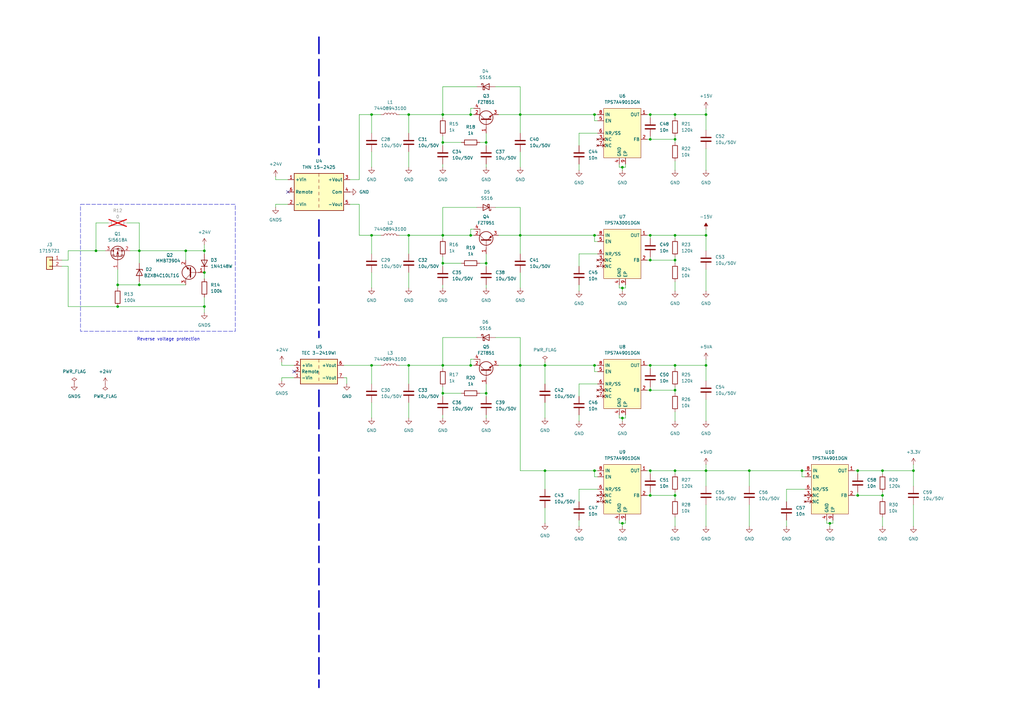
<source format=kicad_sch>
(kicad_sch (version 20250114) (generator "eeschema") (generator_version "9.0")
  (paper "A3")
  (rectangle (start 33.02 83.82) (end 96.52 135.89) (stroke (width 0) (type dash)))
  (text "Reverse voltage protection" (at 69.088 139.192 0) (effects (font (size 1.27 1.27))))
  (junction (at 199.39 107.95))
  (junction (at 374.65 193.04))
  (junction (at 289.56 193.04))
  (junction (at 181.61 58.42))
  (junction (at 266.7 46.99))
  (junction (at 276.86 46.99))
  (junction (at 276.86 96.52))
  (junction (at 289.56 149.86))
  (junction (at 181.61 107.95))
  (junction (at 289.56 46.99))
  (junction (at 255.27 171.45))
  (junction (at 181.61 161.29))
  (junction (at 307.34 193.04))
  (junction (at 266.7 203.2))
  (junction (at 361.95 203.2))
  (junction (at 193.04 96.52))
  (junction (at 181.61 46.99))
  (junction (at 83.82 111.76))
  (junction (at 351.79 193.04))
  (junction (at 57.15 116.84))
  (junction (at 266.7 106.68))
  (junction (at 340.36 214.63))
  (junction (at 152.4 46.99))
  (junction (at 181.61 96.52))
  (junction (at 39.37 102.87))
  (junction (at 223.52 149.86))
  (junction (at 276.86 57.15))
  (junction (at 266.7 160.02))
  (junction (at 167.64 46.99))
  (junction (at 193.04 149.86))
  (junction (at 276.86 149.86))
  (junction (at 167.64 149.86))
  (junction (at 243.84 96.52))
  (junction (at 276.86 160.02))
  (junction (at 243.84 46.99))
  (junction (at 328.93 193.04))
  (junction (at 167.64 96.52))
  (junction (at 213.36 46.99))
  (junction (at 199.39 58.42))
  (junction (at 243.84 149.86))
  (junction (at 255.27 118.11))
  (junction (at 361.95 193.04))
  (junction (at 289.56 96.52))
  (junction (at 276.86 203.2))
  (junction (at 223.52 193.04))
  (junction (at 213.36 96.52))
  (junction (at 199.39 161.29))
  (junction (at 266.7 193.04))
  (junction (at 276.86 193.04))
  (junction (at 83.82 102.87))
  (junction (at 266.7 96.52))
  (junction (at 266.7 57.15))
  (junction (at 152.4 96.52))
  (junction (at 213.36 149.86))
  (junction (at 276.86 106.68))
  (junction (at 83.82 125.73))
  (junction (at 48.26 116.84))
  (junction (at 57.15 102.87))
  (junction (at 76.2 102.87))
  (junction (at 181.61 149.86))
  (junction (at 193.04 46.99))
  (junction (at 255.27 68.58))
  (junction (at 266.7 149.86))
  (junction (at 351.79 203.2))
  (junction (at 152.4 149.86))
  (junction (at 243.84 193.04))
  (junction (at 48.26 125.73))
  (junction (at 255.27 214.63))
  (no_connect (at 120.65 152.4))
  (no_connect (at 118.11 78.74))
  (wire (pts (xy 213.36 193.04) (xy 223.52 193.04)))
  (wire (pts (xy 181.61 105.41) (xy 181.61 107.95)))
  (wire (pts (xy 76.2 102.87) (xy 76.2 106.68)))
  (wire (pts (xy 266.7 46.99) (xy 276.86 46.99)))
  (wire (pts (xy 361.95 203.2) (xy 361.95 204.47)))
  (wire (pts (xy 167.64 46.99) (xy 181.61 46.99)))
  (wire (pts (xy 115.57 148.59) (xy 115.57 149.86)))
  (wire (pts (xy 256.54 67.31) (xy 256.54 68.58)))
  (wire (pts (xy 223.52 149.86) (xy 223.52 157.48)))
  (wire (pts (xy 181.61 149.86) (xy 181.61 151.13)))
  (wire (pts (xy 181.61 46.99) (xy 193.04 46.99)))
  (wire (pts (xy 167.64 149.86) (xy 181.61 149.86)))
  (wire (pts (xy 204.47 46.99) (xy 213.36 46.99)))
  (wire (pts (xy 213.36 62.23) (xy 213.36 68.58)))
  (wire (pts (xy 289.56 96.52) (xy 289.56 102.87)))
  (wire (pts (xy 181.61 161.29) (xy 189.23 161.29)))
  (wire (pts (xy 243.84 46.99) (xy 243.84 49.53)))
  (wire (pts (xy 152.4 96.52) (xy 156.21 96.52)))
  (wire (pts (xy 181.61 85.09) (xy 181.61 96.52)))
  (wire (pts (xy 181.61 138.43) (xy 181.61 149.86)))
  (wire (pts (xy 113.03 83.82) (xy 118.11 83.82)))
  (wire (pts (xy 328.93 193.04) (xy 328.93 195.58)))
  (wire (pts (xy 276.86 105.41) (xy 276.86 106.68)))
  (wire (pts (xy 265.43 106.68) (xy 266.7 106.68)))
  (wire (pts (xy 276.86 66.04) (xy 276.86 69.85)))
  (wire (pts (xy 167.64 46.99) (xy 167.64 54.61)))
  (wire (pts (xy 340.36 214.63) (xy 340.36 215.9)))
  (wire (pts (xy 199.39 104.14) (xy 199.39 107.95)))
  (wire (pts (xy 39.37 91.44) (xy 44.45 91.44)))
  (wire (pts (xy 266.7 203.2) (xy 276.86 203.2)))
  (wire (pts (xy 276.86 57.15) (xy 276.86 58.42)))
  (wire (pts (xy 181.61 158.75) (xy 181.61 161.29)))
  (wire (pts (xy 361.95 201.93) (xy 361.95 203.2)))
  (wire (pts (xy 276.86 149.86) (xy 276.86 151.13)))
  (wire (pts (xy 83.82 121.92) (xy 83.82 125.73)))
  (wire (pts (xy 152.4 111.76) (xy 152.4 118.11)))
  (wire (pts (xy 113.03 72.39) (xy 113.03 73.66)))
  (wire (pts (xy 254 68.58) (xy 255.27 68.58)))
  (wire (pts (xy 322.58 213.36) (xy 322.58 215.9)))
  (wire (pts (xy 39.37 102.87) (xy 43.18 102.87)))
  (wire (pts (xy 243.84 99.06) (xy 245.11 99.06)))
  (wire (pts (xy 167.64 96.52) (xy 167.64 104.14)))
  (wire (pts (xy 163.83 96.52) (xy 167.64 96.52)))
  (wire (pts (xy 276.86 212.09) (xy 276.86 215.9)))
  (wire (pts (xy 276.86 203.2) (xy 276.86 204.47)))
  (wire (pts (xy 193.04 46.99) (xy 194.31 46.99)))
  (wire (pts (xy 167.64 96.52) (xy 181.61 96.52)))
  (wire (pts (xy 199.39 54.61) (xy 199.39 58.42)))
  (wire (pts (xy 196.85 58.42) (xy 199.39 58.42)))
  (wire (pts (xy 213.36 111.76) (xy 213.36 118.11)))
  (wire (pts (xy 266.7 106.68) (xy 276.86 106.68)))
  (wire (pts (xy 237.49 157.48) (xy 245.11 157.48)))
  (wire (pts (xy 115.57 149.86) (xy 120.65 149.86)))
  (wire (pts (xy 265.43 193.04) (xy 266.7 193.04)))
  (wire (pts (xy 196.85 107.95) (xy 199.39 107.95)))
  (wire (pts (xy 140.97 149.86) (xy 152.4 149.86)))
  (wire (pts (xy 289.56 207.01) (xy 289.56 215.9)))
  (wire (pts (xy 276.86 55.88) (xy 276.86 57.15)))
  (wire (pts (xy 243.84 149.86) (xy 243.84 152.4)))
  (wire (pts (xy 48.26 125.73) (xy 83.82 125.73)))
  (wire (pts (xy 181.61 107.95) (xy 189.23 107.95)))
  (wire (pts (xy 27.94 106.68) (xy 27.94 102.87)))
  (wire (pts (xy 266.7 158.75) (xy 266.7 160.02)))
  (wire (pts (xy 276.86 46.99) (xy 276.86 48.26)))
  (wire (pts (xy 199.39 58.42) (xy 199.39 59.69)))
  (wire (pts (xy 289.56 46.99) (xy 289.56 53.34)))
  (wire (pts (xy 199.39 116.84) (xy 199.39 118.11)))
  (wire (pts (xy 255.27 171.45) (xy 255.27 172.72)))
  (wire (pts (xy 142.24 154.94) (xy 142.24 157.48)))
  (wire (pts (xy 213.36 96.52) (xy 243.84 96.52)))
  (wire (pts (xy 374.65 207.01) (xy 374.65 215.9)))
  (wire (pts (xy 196.85 161.29) (xy 199.39 161.29)))
  (wire (pts (xy 199.39 107.95) (xy 199.39 109.22)))
  (wire (pts (xy 307.34 207.01) (xy 307.34 215.9)))
  (wire (pts (xy 255.27 214.63) (xy 255.27 215.9)))
  (wire (pts (xy 361.95 212.09) (xy 361.95 215.9)))
  (wire (pts (xy 167.64 111.76) (xy 167.64 118.11)))
  (wire (pts (xy 276.86 193.04) (xy 289.56 193.04)))
  (wire (pts (xy 199.39 157.48) (xy 199.39 161.29)))
  (wire (pts (xy 152.4 46.99) (xy 152.4 54.61)))
  (wire (pts (xy 254 214.63) (xy 255.27 214.63)))
  (wire (pts (xy 276.86 193.04) (xy 276.86 194.31)))
  (wire (pts (xy 254 170.18) (xy 254 171.45)))
  (wire (pts (xy 351.79 193.04) (xy 361.95 193.04)))
  (wire (pts (xy 339.09 214.63) (xy 340.36 214.63)))
  (wire (pts (xy 265.43 160.02) (xy 266.7 160.02)))
  (wire (pts (xy 152.4 96.52) (xy 152.4 104.14)))
  (wire (pts (xy 147.32 96.52) (xy 152.4 96.52)))
  (polyline (pts (xy 130.81 90.17) (xy 130.81 138.43)) (stroke (width 0.6096) (type dash)))
  (wire (pts (xy 193.04 44.45) (xy 194.31 44.45)))
  (wire (pts (xy 181.61 67.31) (xy 181.61 68.58)))
  (wire (pts (xy 374.65 190.5) (xy 374.65 193.04)))
  (wire (pts (xy 113.03 73.66) (xy 118.11 73.66)))
  (wire (pts (xy 289.56 193.04) (xy 307.34 193.04)))
  (wire (pts (xy 181.61 35.56) (xy 181.61 46.99)))
  (wire (pts (xy 265.43 57.15) (xy 266.7 57.15)))
  (wire (pts (xy 256.54 116.84) (xy 256.54 118.11)))
  (wire (pts (xy 256.54 213.36) (xy 256.54 214.63)))
  (wire (pts (xy 255.27 68.58) (xy 255.27 69.85)))
  (wire (pts (xy 199.39 67.31) (xy 199.39 68.58)))
  (wire (pts (xy 266.7 55.88) (xy 266.7 57.15)))
  (wire (pts (xy 213.36 46.99) (xy 243.84 46.99)))
  (wire (pts (xy 57.15 91.44) (xy 57.15 102.87)))
  (wire (pts (xy 27.94 125.73) (xy 48.26 125.73)))
  (wire (pts (xy 276.86 96.52) (xy 289.56 96.52)))
  (wire (pts (xy 223.52 149.86) (xy 243.84 149.86)))
  (wire (pts (xy 276.86 46.99) (xy 289.56 46.99)))
  (wire (pts (xy 213.36 96.52) (xy 213.36 104.14)))
  (wire (pts (xy 328.93 193.04) (xy 330.2 193.04)))
  (wire (pts (xy 193.04 147.32) (xy 193.04 149.86)))
  (wire (pts (xy 243.84 149.86) (xy 245.11 149.86)))
  (wire (pts (xy 163.83 46.99) (xy 167.64 46.99)))
  (wire (pts (xy 265.43 203.2) (xy 266.7 203.2)))
  (wire (pts (xy 152.4 149.86) (xy 152.4 157.48)))
  (wire (pts (xy 113.03 83.82) (xy 113.03 85.09)))
  (wire (pts (xy 147.32 46.99) (xy 152.4 46.99)))
  (wire (pts (xy 181.61 55.88) (xy 181.61 58.42)))
  (wire (pts (xy 255.27 118.11) (xy 255.27 119.38)))
  (wire (pts (xy 255.27 214.63) (xy 256.54 214.63)))
  (wire (pts (xy 361.95 193.04) (xy 361.95 194.31)))
  (wire (pts (xy 351.79 201.93) (xy 351.79 203.2)))
  (wire (pts (xy 213.36 35.56) (xy 213.36 46.99)))
  (wire (pts (xy 83.82 125.73) (xy 83.82 128.27)))
  (wire (pts (xy 266.7 149.86) (xy 266.7 151.13)))
  (wire (pts (xy 83.82 102.87) (xy 83.82 104.14)))
  (wire (pts (xy 243.84 193.04) (xy 245.11 193.04)))
  (wire (pts (xy 143.51 83.82) (xy 147.32 83.82)))
  (wire (pts (xy 243.84 195.58) (xy 245.11 195.58)))
  (wire (pts (xy 276.86 149.86) (xy 289.56 149.86)))
  (wire (pts (xy 276.86 168.91) (xy 276.86 172.72)))
  (wire (pts (xy 193.04 96.52) (xy 194.31 96.52)))
  (wire (pts (xy 181.61 116.84) (xy 181.61 118.11)))
  (wire (pts (xy 254 213.36) (xy 254 214.63)))
  (wire (pts (xy 307.34 193.04) (xy 328.93 193.04)))
  (wire (pts (xy 289.56 60.96) (xy 289.56 69.85)))
  (wire (pts (xy 152.4 62.23) (xy 152.4 68.58)))
  (wire (pts (xy 52.07 91.44) (xy 57.15 91.44)))
  (wire (pts (xy 181.61 161.29) (xy 181.61 162.56)))
  (wire (pts (xy 203.2 35.56) (xy 213.36 35.56)))
  (wire (pts (xy 266.7 193.04) (xy 266.7 194.31)))
  (wire (pts (xy 53.34 102.87) (xy 57.15 102.87)))
  (wire (pts (xy 181.61 85.09) (xy 195.58 85.09)))
  (wire (pts (xy 213.36 138.43) (xy 213.36 149.86)))
  (wire (pts (xy 289.56 193.04) (xy 289.56 199.39)))
  (wire (pts (xy 203.2 138.43) (xy 213.36 138.43)))
  (wire (pts (xy 181.61 96.52) (xy 181.61 97.79)))
  (wire (pts (xy 204.47 96.52) (xy 213.36 96.52)))
  (wire (pts (xy 289.56 163.83) (xy 289.56 172.72)))
  (polyline (pts (xy 130.81 15.24) (xy 130.81 63.5)) (stroke (width 0.6096) (type dash)))
  (wire (pts (xy 213.36 85.09) (xy 213.36 96.52)))
  (wire (pts (xy 83.82 111.76) (xy 83.82 114.3)))
  (wire (pts (xy 39.37 91.44) (xy 39.37 102.87)))
  (wire (pts (xy 25.4 106.68) (xy 27.94 106.68)))
  (wire (pts (xy 181.61 46.99) (xy 181.61 48.26)))
  (wire (pts (xy 57.15 102.87) (xy 57.15 107.95)))
  (wire (pts (xy 289.56 110.49) (xy 289.56 119.38)))
  (wire (pts (xy 237.49 116.84) (xy 237.49 119.38)))
  (wire (pts (xy 163.83 149.86) (xy 167.64 149.86)))
  (wire (pts (xy 276.86 115.57) (xy 276.86 119.38)))
  (wire (pts (xy 152.4 165.1) (xy 152.4 171.45)))
  (wire (pts (xy 193.04 93.98) (xy 193.04 96.52)))
  (wire (pts (xy 243.84 96.52) (xy 245.11 96.52)))
  (wire (pts (xy 223.52 165.1) (xy 223.52 171.45)))
  (wire (pts (xy 266.7 46.99) (xy 266.7 48.26)))
  (wire (pts (xy 237.49 200.66) (xy 245.11 200.66)))
  (wire (pts (xy 223.52 148.59) (xy 223.52 149.86)))
  (wire (pts (xy 254 118.11) (xy 255.27 118.11)))
  (wire (pts (xy 266.7 96.52) (xy 266.7 97.79)))
  (wire (pts (xy 193.04 149.86) (xy 194.31 149.86)))
  (wire (pts (xy 322.58 200.66) (xy 322.58 205.74)))
  (wire (pts (xy 361.95 193.04) (xy 374.65 193.04)))
  (wire (pts (xy 193.04 93.98) (xy 194.31 93.98)))
  (wire (pts (xy 57.15 116.84) (xy 76.2 116.84)))
  (wire (pts (xy 152.4 46.99) (xy 156.21 46.99)))
  (wire (pts (xy 181.61 58.42) (xy 189.23 58.42)))
  (wire (pts (xy 276.86 106.68) (xy 276.86 107.95)))
  (wire (pts (xy 48.26 110.49) (xy 48.26 116.84)))
  (wire (pts (xy 255.27 171.45) (xy 256.54 171.45)))
  (wire (pts (xy 254 67.31) (xy 254 68.58)))
  (wire (pts (xy 223.52 149.86) (xy 213.36 149.86)))
  (wire (pts (xy 341.63 213.36) (xy 341.63 214.63)))
  (wire (pts (xy 193.04 147.32) (xy 194.31 147.32)))
  (wire (pts (xy 237.49 200.66) (xy 237.49 205.74)))
  (wire (pts (xy 57.15 102.87) (xy 76.2 102.87)))
  (wire (pts (xy 243.84 96.52) (xy 243.84 99.06)))
  (wire (pts (xy 276.86 201.93) (xy 276.86 203.2)))
  (wire (pts (xy 351.79 203.2) (xy 361.95 203.2)))
  (wire (pts (xy 237.49 67.31) (xy 237.49 69.85)))
  (wire (pts (xy 76.2 102.87) (xy 83.82 102.87)))
  (wire (pts (xy 266.7 160.02) (xy 276.86 160.02)))
  (wire (pts (xy 237.49 54.61) (xy 237.49 59.69)))
  (wire (pts (xy 25.4 109.22) (xy 27.94 109.22)))
  (wire (pts (xy 266.7 96.52) (xy 276.86 96.52)))
  (wire (pts (xy 276.86 158.75) (xy 276.86 160.02)))
  (wire (pts (xy 289.56 147.32) (xy 289.56 149.86)))
  (wire (pts (xy 265.43 96.52) (xy 266.7 96.52)))
  (wire (pts (xy 256.54 170.18) (xy 256.54 171.45)))
  (polyline (pts (xy 130.81 160.02) (xy 130.81 281.94)) (stroke (width 0.6096) (type dash)))
  (wire (pts (xy 237.49 104.14) (xy 245.11 104.14)))
  (wire (pts (xy 276.86 96.52) (xy 276.86 97.79)))
  (wire (pts (xy 266.7 149.86) (xy 276.86 149.86)))
  (wire (pts (xy 213.36 149.86) (xy 213.36 193.04)))
  (wire (pts (xy 140.97 154.94) (xy 142.24 154.94)))
  (wire (pts (xy 143.51 73.66) (xy 147.32 73.66)))
  (wire (pts (xy 255.27 68.58) (xy 256.54 68.58)))
  (wire (pts (xy 204.47 149.86) (xy 213.36 149.86)))
  (wire (pts (xy 223.52 193.04) (xy 243.84 193.04)))
  (wire (pts (xy 115.57 154.94) (xy 120.65 154.94)))
  (wire (pts (xy 181.61 149.86) (xy 193.04 149.86)))
  (wire (pts (xy 243.84 46.99) (xy 245.11 46.99)))
  (wire (pts (xy 83.82 100.33) (xy 83.82 102.87)))
  (wire (pts (xy 255.27 118.11) (xy 256.54 118.11)))
  (wire (pts (xy 265.43 149.86) (xy 266.7 149.86)))
  (wire (pts (xy 374.65 193.04) (xy 374.65 199.39)))
  (wire (pts (xy 48.26 116.84) (xy 57.15 116.84)))
  (wire (pts (xy 48.26 116.84) (xy 48.26 118.11)))
  (wire (pts (xy 237.49 104.14) (xy 237.49 109.22)))
  (wire (pts (xy 307.34 193.04) (xy 307.34 199.39)))
  (wire (pts (xy 266.7 105.41) (xy 266.7 106.68)))
  (wire (pts (xy 167.64 149.86) (xy 167.64 157.48)))
  (wire (pts (xy 322.58 200.66) (xy 330.2 200.66)))
  (wire (pts (xy 181.61 138.43) (xy 195.58 138.43)))
  (wire (pts (xy 254 171.45) (xy 255.27 171.45)))
  (wire (pts (xy 152.4 149.86) (xy 156.21 149.86)))
  (wire (pts (xy 213.36 46.99) (xy 213.36 54.61)))
  (wire (pts (xy 193.04 44.45) (xy 193.04 46.99)))
  (wire (pts (xy 237.49 213.36) (xy 237.49 215.9)))
  (wire (pts (xy 243.84 193.04) (xy 243.84 195.58)))
  (wire (pts (xy 223.52 193.04) (xy 223.52 200.66)))
  (wire (pts (xy 199.39 161.29) (xy 199.39 162.56)))
  (wire (pts (xy 351.79 193.04) (xy 351.79 194.31)))
  (wire (pts (xy 266.7 57.15) (xy 276.86 57.15)))
  (wire (pts (xy 340.36 214.63) (xy 341.63 214.63)))
  (wire (pts (xy 199.39 170.18) (xy 199.39 171.45)))
  (wire (pts (xy 328.93 195.58) (xy 330.2 195.58)))
  (wire (pts (xy 181.61 170.18) (xy 181.61 171.45)))
  (wire (pts (xy 237.49 170.18) (xy 237.49 172.72)))
  (wire (pts (xy 289.56 44.45) (xy 289.56 46.99)))
  (wire (pts (xy 181.61 35.56) (xy 195.58 35.56)))
  (wire (pts (xy 237.49 157.48) (xy 237.49 162.56)))
  (wire (pts (xy 167.64 62.23) (xy 167.64 68.58)))
  (wire (pts (xy 350.52 193.04) (xy 351.79 193.04)))
  (wire (pts (xy 276.86 160.02) (xy 276.86 161.29)))
  (wire (pts (xy 266.7 193.04) (xy 276.86 193.04)))
  (wire (pts (xy 243.84 49.53) (xy 245.11 49.53)))
  (wire (pts (xy 223.52 208.28) (xy 223.52 214.63)))
  (wire (pts (xy 115.57 154.94) (xy 115.57 156.21)))
  (wire (pts (xy 181.61 107.95) (xy 181.61 109.22)))
  (wire (pts (xy 289.56 93.98) (xy 289.56 96.52)))
  (wire (pts (xy 265.43 46.99) (xy 266.7 46.99)))
  (wire (pts (xy 203.2 85.09) (xy 213.36 85.09)))
  (wire (pts (xy 289.56 190.5) (xy 289.56 193.04)))
  (wire (pts (xy 181.61 96.52) (xy 193.04 96.52)))
  (wire (pts (xy 237.49 54.61) (xy 245.11 54.61)))
  (wire (pts (xy 147.32 46.99) (xy 147.32 73.66)))
  (wire (pts (xy 350.52 203.2) (xy 351.79 203.2)))
  (wire (pts (xy 243.84 152.4) (xy 245.11 152.4)))
  (wire (pts (xy 254 116.84) (xy 254 118.11)))
  (wire (pts (xy 147.32 83.82) (xy 147.32 96.52)))
  (wire (pts (xy 289.56 149.86) (xy 289.56 156.21)))
  (wire (pts (xy 27.94 102.87) (xy 39.37 102.87)))
  (wire (pts (xy 57.15 115.57) (xy 57.15 116.84)))
  (wire (pts (xy 181.61 58.42) (xy 181.61 59.69)))
  (wire (pts (xy 339.09 213.36) (xy 339.09 214.63)))
  (wire (pts (xy 27.94 109.22) (xy 27.94 125.73)))
  (wire (pts (xy 266.7 201.93) (xy 266.7 203.2)))
  (wire (pts (xy 167.64 165.1) (xy 167.64 171.45)))
  (symbol (lib_id "power:GND") (at 152.4 118.11 0) (unit 1)
    (property "Reference" "#PWR062" (effects (hide yes)))
    (property "Value" "GND" (at 152.4 123.19 0))
    (property "Description" "Power symbol creates a global label with name \"GND\" , ground" (effects (hide yes)))
  )
  (symbol (lib_id "Device:R") (at 181.61 154.94 180) (unit 1)
    (property "Reference" "R17" (at 184.15 153.6699 0) (effects (justify right)))
    (property "Value" "1k" (at 184.15 156.2099 0) (effects (justify right)))
    (property "Footprint" "Resistor_SMD:R_0603_1608Metric_Pad0.98x0.95mm_HandSolder" (effects (hide yes)))
    (property "Description" "Resistor" (effects (hide yes)))
  )
  (symbol (lib_id "power:+24V") (at 83.82 100.33 0) (unit 1)
    (property "Reference" "#PWR053" (effects (hide yes)))
    (property "Value" "+24V" (at 83.82 95.25 0))
    (property "Description" "Power symbol creates a global label with name \"+24V\"" (effects (hide yes)))
  )
  (symbol (lib_id "power:GND") (at 361.95 215.9 0) (unit 1)
    (property "Reference" "#PWR0100" (effects (hide yes)))
    (property "Value" "GND" (at 361.95 220.98 0))
    (property "Description" "Power symbol creates a global label with name \"GND\" , ground" (effects (hide yes)))
  )
  (symbol (lib_id "power:GND") (at 255.27 69.85 0) (unit 1)
    (property "Reference" "#PWR081" (effects (hide yes)))
    (property "Value" "GND" (at 255.27 74.93 0))
    (property "Description" "Power symbol creates a global label with name \"GND\" , ground" (effects (hide yes)))
  )
  (symbol (lib_id "Device:C") (at 237.49 63.5 0) (unit 1)
    (property "Reference" "C44" (at 241.3 62.2299 0) (effects (justify left)))
    (property "Value" "10n" (at 241.3 64.7699 0) (effects (justify left)))
    (property "Footprint" "Capacitor_SMD:C_0603_1608Metric_Pad1.08x0.95mm_HandSolder" (effects (hide yes)))
    (property "Description" "Unpolarized capacitor" (effects (hide yes)))
  )
  (symbol (lib_id "power:GND") (at 199.39 171.45 0) (unit 1)
    (property "Reference" "#PWR072" (effects (hide yes)))
    (property "Value" "GND" (at 199.39 176.53 0))
    (property "Description" "Power symbol creates a global label with name \"GND\" , ground" (effects (hide yes)))
  )
  (symbol (lib_id "power:GND") (at 255.27 172.72 0) (unit 1)
    (property "Reference" "#PWR083" (effects (hide yes)))
    (property "Value" "GND" (at 255.27 177.8 0))
    (property "Description" "Power symbol creates a global label with name \"GND\" , ground" (effects (hide yes)))
  )
  (symbol (lib_id "Device:L") (at 160.02 46.99 90) (unit 1)
    (property "Reference" "L1" (at 160.02 41.91 90))
    (property "Value" "74408943100" (at 160.02 44.45 90))
    (property "Footprint" "ADC7177B1:74408943100" (effects (hide yes)))
    (property "Description" "Inductor" (effects (hide yes)))
  )
  (symbol (lib_id "Converter_DCDC:TEC3-2411UI") (at 130.81 152.4 0) (unit 1)
    (property "Reference" "U5" (at 130.81 142.24 0))
    (property "Value" "TEC 3-2419WI" (at 130.81 144.78 0))
    (property "Footprint" "Converter_DCDC:Converter_DCDC_TRACO_TEC3-24xxUI_THT" (effects (hide yes)))
    (property "Datasheet" "https://www.tracopower.com/products/tec3ui.pdf" (effects (hide yes)))
    (property "Description" "3W DC/DC industrial converter regulated, 9-75V input, 5V fixed output voltage, 600mA output, 2.0kVDC isolation, SIP-8" (effects (hide yes)))
  )
  (symbol (lib_id "Device:C") (at 289.56 57.15 0) (unit 1)
    (property "Reference" "C52" (at 293.37 55.8799 0) (effects (justify left)))
    (property "Value" "10u/50V" (at 293.37 58.4199 0) (effects (justify left)))
    (property "Footprint" "Capacitor_SMD:C_1206_3216Metric_Pad1.33x1.80mm_HandSolder" (effects (hide yes)))
    (property "Description" "Unpolarized capacitor" (effects (hide yes)))
  )
  (symbol (lib_id "power:GND") (at 340.36 215.9 0) (unit 1)
    (property "Reference" "#PWR099" (effects (hide yes)))
    (property "Value" "GND" (at 340.36 220.98 0))
    (property "Description" "Power symbol creates a global label with name \"GND\" , ground" (effects (hide yes)))
  )
  (symbol (lib_id "power:GND") (at 276.86 119.38 0) (unit 1)
    (property "Reference" "#PWR086" (effects (hide yes)))
    (property "Value" "GND" (at 276.86 124.46 0))
    (property "Description" "Power symbol creates a global label with name \"GND\" , ground" (effects (hide yes)))
  )
  (symbol (lib_id "power:GND") (at 152.4 68.58 0) (unit 1)
    (property "Reference" "#PWR061" (effects (hide yes)))
    (property "Value" "GND" (at 152.4 73.66 0))
    (property "Description" "Power symbol creates a global label with name \"GND\" , ground" (effects (hide yes)))
  )
  (symbol (lib_id "Device:C") (at 167.64 107.95 0) (unit 1)
    (property "Reference" "C32" (at 171.45 106.6799 0) (effects (justify left)))
    (property "Value" "10u/50V" (at 171.45 109.2199 0) (effects (justify left)))
    (property "Footprint" "Capacitor_SMD:C_1206_3216Metric_Pad1.33x1.80mm_HandSolder" (effects (hide yes)))
    (property "Description" "Unpolarized capacitor" (effects (hide yes)))
  )
  (symbol (lib_id "Device:C") (at 237.49 113.03 0) (unit 1)
    (property "Reference" "C45" (at 241.3 111.7599 0) (effects (justify left)))
    (property "Value" "10n" (at 241.3 114.2999 0) (effects (justify left)))
    (property "Footprint" "Capacitor_SMD:C_0603_1608Metric_Pad1.08x0.95mm_HandSolder" (effects (hide yes)))
    (property "Description" "Unpolarized capacitor" (effects (hide yes)))
  )
  (symbol (lib_id "Device:R") (at 276.86 111.76 0) (unit 1)
    (property "Reference" "R24" (at 279.4 110.4899 0) (effects (justify left)))
    (property "Value" "10k" (at 279.4 113.0299 0) (effects (justify left)))
    (property "Footprint" "Resistor_SMD:R_0603_1608Metric_Pad0.98x0.95mm_HandSolder" (effects (hide yes)))
    (property "Description" "Resistor" (effects (hide yes)))
  )
  (symbol (lib_id "ADC7177B1:TPS7A4901DGN") (at 340.36 200.66 0) (unit 1)
    (property "Reference" "U10" (at 340.36 185.42 0))
    (property "Value" "TPS7A4901DGN" (at 340.36 187.96 0))
    (property "Footprint" "Package_SO:HVSSOP-8-1EP_3x3mm_P0.65mm_EP1.57x1.89mm_ThermalVias" (effects (hide yes)))
    (property "Datasheet" "https://www.ti.com/lit/ds/symlink/tps7a49.pdf?ts=1748192358004&ref_url=https%253A%252F%252Fwww.mouser.be%252F" (effects (hide yes)))
    (property "Description" "TPS7A49 36-V, 150-mA, Ultralow-Noise, Positive Linear Regulator" (effects (hide yes)))
  )
  (symbol (lib_id "Device:L") (at 160.02 149.86 90) (unit 1)
    (property "Reference" "L3" (at 160.02 144.78 90))
    (property "Value" "74408943100" (at 160.02 147.32 90))
    (property "Footprint" "ADC7177B1:74408943100" (effects (hide yes)))
    (property "Description" "Inductor" (effects (hide yes)))
  )
  (symbol (lib_id "Device:R") (at 48.26 121.92 0) (unit 1)
    (property "Reference" "R13" (at 50.8 120.65 0) (effects (justify left)))
    (property "Value" "100k" (at 50.8 123.19 0) (effects (justify left)))
    (property "Footprint" "Resistor_SMD:R_0603_1608Metric_Pad0.98x0.95mm_HandSolder" (effects (hide yes)))
  )
  (symbol (lib_id "Connector_Generic:Conn_01x02") (at 20.32 106.68 0) (mirror y) (unit 1)
    (property "Reference" "J3" (at 20.32 100.33 0))
    (property "Value" "1715721" (at 20.32 102.87 0))
    (property "Footprint" "TerminalBlock_Phoenix:TerminalBlock_Phoenix_MKDS-1,5-2_1x02_P5.00mm_Horizontal" (effects (hide yes)))
    (property "Description" "Generic connector, single row, 01x02, script generated (kicad-library-utils/schlib/autogen/connector/)" (effects (hide yes)))
  )
  (symbol (lib_id "Device:L") (at 160.02 96.52 90) (unit 1)
    (property "Reference" "L2" (at 160.02 91.44 90))
    (property "Value" "74408943100" (at 160.02 93.98 90))
    (property "Footprint" "ADC7177B1:74408943100" (effects (hide yes)))
    (property "Description" "Inductor" (effects (hide yes)))
  )
  (symbol (lib_id "power:GND") (at 237.49 119.38 0) (unit 1)
    (property "Reference" "#PWR078" (effects (hide yes)))
    (property "Value" "GND" (at 237.49 124.46 0))
    (property "Description" "Power symbol creates a global label with name \"GND\" , ground" (effects (hide yes)))
  )
  (symbol (lib_id "power:GNDS") (at 83.82 128.27 0) (unit 1)
    (property "Reference" "#PWR054" (effects (hide yes)))
    (property "Value" "GNDS" (at 83.82 133.35 0))
    (property "Description" "Power symbol creates a global label with name \"GNDS\" , signal ground" (effects (hide yes)))
  )
  (symbol (lib_id "power:+24V") (at 43.18 157.48 0) (unit 1)
    (property "Reference" "#PWR052" (effects (hide yes)))
    (property "Value" "+24V" (at 43.18 152.4 0))
    (property "Description" "Power symbol creates a global label with name \"+24V\"" (effects (hide yes)))
  )
  (symbol (lib_id "Device:C") (at 181.61 166.37 0) (unit 1)
    (property "Reference" "C36" (at 185.42 165.0999 0) (effects (justify left)))
    (property "Value" "10u/50V" (at 185.42 167.6399 0) (effects (justify left)))
    (property "Footprint" "Capacitor_SMD:C_1206_3216Metric_Pad1.33x1.80mm_HandSolder" (effects (hide yes)))
    (property "Description" "Unpolarized capacitor" (effects (hide yes)))
  )
  (symbol (lib_id "power:GND") (at 213.36 68.58 0) (unit 1)
    (property "Reference" "#PWR073" (effects (hide yes)))
    (property "Value" "GND" (at 213.36 73.66 0))
    (property "Description" "Power symbol creates a global label with name \"GND\" , ground" (effects (hide yes)))
  )
  (symbol (lib_id "Device:R") (at 276.86 165.1 0) (unit 1)
    (property "Reference" "R26" (at 279.4 163.8299 0) (effects (justify left)))
    (property "Value" "10k" (at 279.4 166.3699 0) (effects (justify left)))
    (property "Footprint" "Resistor_SMD:R_0603_1608Metric_Pad0.98x0.95mm_HandSolder" (effects (hide yes)))
    (property "Description" "Resistor" (effects (hide yes)))
  )
  (symbol (lib_id "power:+15V") (at 289.56 44.45 0) (unit 1)
    (property "Reference" "#PWR089" (effects (hide yes)))
    (property "Value" "+15V" (at 289.56 39.37 0))
    (property "Description" "Power symbol creates a global label with name \"+15V\"" (effects (hide yes)))
  )
  (symbol (lib_id "Diode:SS16") (at 199.39 85.09 180) (unit 1)
    (property "Reference" "D5" (at 199.7075 78.74 0))
    (property "Value" "SS16" (at 199.7075 81.28 0))
    (property "Footprint" "Diode_SMD:D_SMA" (effects (hide yes)))
    (property "Datasheet" "https://www.vishay.com/docs/88746/ss12.pdf" (effects (hide yes)))
    (property "Description" "60V 1A Schottky Diode, SMA" (effects (hide yes)))
  )
  (symbol (lib_id "power:GND") (at 289.56 119.38 0) (unit 1)
    (property "Reference" "#PWR092" (effects (hide yes)))
    (property "Value" "GND" (at 289.56 124.46 0))
    (property "Description" "Power symbol creates a global label with name \"GND\" , ground" (effects (hide yes)))
  )
  (symbol (lib_id "power:PWR_FLAG") (at 43.18 157.48 180) (unit 1)
    (property "Reference" "#FLG06" (effects (hide yes)))
    (property "Value" "PWR_FLAG" (at 43.18 162.56 0))
    (property "Description" "Special symbol for telling ERC where power comes from" (effects (hide yes)))
  )
  (symbol (lib_id "Diode:SS16") (at 199.39 138.43 0) (unit 1)
    (property "Reference" "D6" (at 199.0725 132.08 0))
    (property "Value" "SS16" (at 199.0725 134.62 0))
    (property "Footprint" "Diode_SMD:D_SMA" (effects (hide yes)))
    (property "Datasheet" "https://www.vishay.com/docs/88746/ss12.pdf" (effects (hide yes)))
    (property "Description" "60V 1A Schottky Diode, SMA" (effects (hide yes)))
  )
  (symbol (lib_id "Diode:BZX84Cxx") (at 57.15 111.76 270) (unit 1)
    (property "Reference" "D2" (at 59.69 110.49 90) (effects (justify left)))
    (property "Value" "BZX84C10LT1G" (at 59.055 113.03 90) (effects (justify left)))
    (property "Footprint" "Package_TO_SOT_SMD:SOT-23" (effects (hide yes)))
    (property "Datasheet" "https://diotec.com/tl_files/diotec/files/pdf/datasheets/bzx84c2v4.pdf" (effects (hide yes)))
  )
  (symbol (lib_id "Device:C") (at 199.39 63.5 0) (unit 1)
    (property "Reference" "C37" (at 203.2 62.2299 0) (effects (justify left)))
    (property "Value" "10u/50V" (at 203.2 64.7699 0) (effects (justify left)))
    (property "Footprint" "Capacitor_SMD:C_1206_3216Metric_Pad1.33x1.80mm_HandSolder" (effects (hide yes)))
    (property "Description" "Unpolarized capacitor" (effects (hide yes)))
  )
  (symbol (lib_id "power:GNDS") (at 30.48 157.48 0) (unit 1)
    (property "Reference" "#PWR051" (effects (hide yes)))
    (property "Value" "GNDS" (at 30.48 162.56 0))
    (property "Description" "Power symbol creates a global label with name \"GNDS\" , signal ground" (effects (hide yes)))
  )
  (symbol (lib_id "power:GND") (at 289.56 215.9 0) (unit 1)
    (property "Reference" "#PWR096" (effects (hide yes)))
    (property "Value" "GND" (at 289.56 220.98 0))
    (property "Description" "Power symbol creates a global label with name \"GND\" , ground" (effects (hide yes)))
  )
  (symbol (lib_id "ADC7177B1:TPS7A4901DGN") (at 255.27 54.61 0) (unit 1)
    (property "Reference" "U6" (at 255.27 39.37 0))
    (property "Value" "TPS7A4901DGN" (at 255.27 41.91 0))
    (property "Footprint" "Package_SO:HVSSOP-8-1EP_3x3mm_P0.65mm_EP1.57x1.89mm_ThermalVias" (effects (hide yes)))
    (property "Datasheet" "https://www.ti.com/lit/ds/symlink/tps7a49.pdf?ts=1748192358004&ref_url=https%253A%252F%252Fwww.mouser.be%252F" (effects (hide yes)))
    (property "Description" "TPS7A49 36-V, 150-mA, Ultralow-Noise, Positive Linear Regulator" (effects (hide yes)))
  )
  (symbol (lib_id "Device:Q_PMOS_GSD") (at 48.26 105.41 90) (unit 1)
    (property "Reference" "Q1" (at 48.26 95.885 90))
    (property "Value" "SI5618A" (at 48.26 98.425 90))
    (property "Footprint" "Package_TO_SOT_SMD:SOT-23" (effects (hide yes)))
  )
  (symbol (lib_id "Device:C") (at 289.56 160.02 0) (unit 1)
    (property "Reference" "C54" (at 293.37 158.7499 0) (effects (justify left)))
    (property "Value" "10u/50V" (at 293.37 161.2899 0) (effects (justify left)))
    (property "Footprint" "Capacitor_SMD:C_1206_3216Metric_Pad1.33x1.80mm_HandSolder" (effects (hide yes)))
    (property "Description" "Unpolarized capacitor" (effects (hide yes)))
  )
  (symbol (lib_id "Device:R") (at 276.86 208.28 0) (unit 1)
    (property "Reference" "R28" (at 279.4 207.0099 0) (effects (justify left)))
    (property "Value" "10k" (at 279.4 209.5499 0) (effects (justify left)))
    (property "Footprint" "Resistor_SMD:R_0603_1608Metric_Pad0.98x0.95mm_HandSolder" (effects (hide yes)))
    (property "Description" "Resistor" (effects (hide yes)))
  )
  (symbol (lib_id "power:GNDS") (at 113.03 85.09 0) (unit 1)
    (property "Reference" "#PWR056" (effects (hide yes)))
    (property "Value" "GNDS" (at 113.03 90.17 0))
    (property "Description" "Power symbol creates a global label with name \"GNDS\" , signal ground" (effects (hide yes)))
  )
  (symbol (lib_id "Device:C") (at 213.36 58.42 0) (unit 1)
    (property "Reference" "C40" (at 217.17 57.1499 0) (effects (justify left)))
    (property "Value" "10u/50V" (at 217.17 59.6899 0) (effects (justify left)))
    (property "Footprint" "Capacitor_SMD:C_1206_3216Metric_Pad1.33x1.80mm_HandSolder" (effects (hide yes)))
    (property "Description" "Unpolarized capacitor" (effects (hide yes)))
  )
  (symbol (lib_id "Device:C") (at 289.56 106.68 0) (unit 1)
    (property "Reference" "C53" (at 293.37 105.4099 0) (effects (justify left)))
    (property "Value" "10u/50V" (at 293.37 107.9499 0) (effects (justify left)))
    (property "Footprint" "Capacitor_SMD:C_1206_3216Metric_Pad1.33x1.80mm_HandSolder" (effects (hide yes)))
    (property "Description" "Unpolarized capacitor" (effects (hide yes)))
  )
  (symbol (lib_id "power:GND") (at 152.4 171.45 0) (unit 1)
    (property "Reference" "#PWR063" (effects (hide yes)))
    (property "Value" "GND" (at 152.4 176.53 0))
    (property "Description" "Power symbol creates a global label with name \"GND\" , ground" (effects (hide yes)))
  )
  (symbol (lib_id "Transistor_BJT:MMBT3904") (at 78.74 111.76 180) (unit 1)
    (property "Reference" "Q2" (at 70.993 104.648 0) (effects (justify left)))
    (property "Value" "MMBT3904" (at 74.041 106.934 0) (effects (justify left)))
    (property "Footprint" "Package_TO_SOT_SMD:SOT-23" (effects (hide yes)))
    (property "Datasheet" "https://www.onsemi.com/pdf/datasheet/pzt3904-d.pdf" (effects (hide yes)))
    (property "Description" "0.2A Ic, 40V Vce, Small Signal NPN Transistor, SOT-23" (effects (hide yes)))
  )
  (symbol (lib_id "power:GND") (at 181.61 118.11 0) (unit 1)
    (property "Reference" "#PWR068" (effects (hide yes)))
    (property "Value" "GND" (at 181.61 123.19 0))
    (property "Description" "Power symbol creates a global label with name \"GND\" , ground" (effects (hide yes)))
  )
  (symbol (lib_id "power:GND") (at 199.39 68.58 0) (unit 1)
    (property "Reference" "#PWR070" (effects (hide yes)))
    (property "Value" "GND" (at 199.39 73.66 0))
    (property "Description" "Power symbol creates a global label with name \"GND\" , ground" (effects (hide yes)))
  )
  (symbol (lib_id "power:+24V") (at 115.57 148.59 0) (unit 1)
    (property "Reference" "#PWR057" (effects (hide yes)))
    (property "Value" "+24V" (at 115.57 143.51 0))
    (property "Description" "Power symbol creates a global label with name \"+24V\"" (effects (hide yes)))
  )
  (symbol (lib_id "power:GND") (at 322.58 215.9 0) (unit 1)
    (property "Reference" "#PWR098" (effects (hide yes)))
    (property "Value" "GND" (at 322.58 220.98 0))
    (property "Description" "Power symbol creates a global label with name \"GND\" , ground" (effects (hide yes)))
  )
  (symbol (lib_id "power:GND") (at 199.39 118.11 0) (unit 1)
    (property "Reference" "#PWR071" (effects (hide yes)))
    (property "Value" "GND" (at 199.39 123.19 0))
    (property "Description" "Power symbol creates a global label with name \"GND\" , ground" (effects (hide yes)))
  )
  (symbol (lib_id "power:GND") (at 237.49 215.9 0) (unit 1)
    (property "Reference" "#PWR080" (effects (hide yes)))
    (property "Value" "GND" (at 237.49 220.98 0))
    (property "Description" "Power symbol creates a global label with name \"GND\" , ground" (effects (hide yes)))
  )
  (symbol (lib_id "Device:C") (at 266.7 198.12 0) (unit 1)
    (property "Reference" "C51" (at 270.51 196.8499 0) (effects (justify left)))
    (property "Value" "10n" (at 270.51 199.3899 0) (effects (justify left)))
    (property "Footprint" "Capacitor_SMD:C_0603_1608Metric_Pad1.08x0.95mm_HandSolder" (effects (hide yes)))
    (property "Description" "Unpolarized capacitor" (effects (hide yes)))
  )
  (symbol (lib_id "ADC7177B1:TPS7A3001DGN") (at 255.27 104.14 0) (unit 1)
    (property "Reference" "U7" (at 255.27 88.9 0))
    (property "Value" "TPS7A3001DGN" (at 255.27 91.44 0))
    (property "Footprint" "Package_SO:HVSSOP-8-1EP_3x3mm_P0.65mm_EP1.57x1.89mm_ThermalVias" (effects (hide yes)))
    (property "Datasheet" "https://www.ti.com/lit/ds/symlink/tps7a30.pdf" (effects (hide yes)))
    (property "Description" "TPS7A30 –35-V, –200-mA, Ultralow-Noise, Negative Linear Regulator" (effects (hide yes)))
  )
  (symbol (lib_id "Device:C") (at 181.61 113.03 0) (unit 1)
    (property "Reference" "C35" (at 185.42 111.7599 0) (effects (justify left)))
    (property "Value" "10u/50V" (at 185.42 114.2999 0) (effects (justify left)))
    (property "Footprint" "Capacitor_SMD:C_1206_3216Metric_Pad1.33x1.80mm_HandSolder" (effects (hide yes)))
    (property "Description" "Unpolarized capacitor" (effects (hide yes)))
  )
  (symbol (lib_id "power:PWR_FLAG") (at 30.48 157.48 0) (unit 1)
    (property "Reference" "#FLG05" (effects (hide yes)))
    (property "Value" "PWR_FLAG" (at 30.48 152.4 0))
    (property "Description" "Special symbol for telling ERC where power comes from" (effects (hide yes)))
  )
  (symbol (lib_id "Device:C") (at 322.58 209.55 0) (unit 1)
    (property "Reference" "C57" (at 326.39 208.2799 0) (effects (justify left)))
    (property "Value" "10n" (at 326.39 210.8199 0) (effects (justify left)))
    (property "Footprint" "Capacitor_SMD:C_0603_1608Metric_Pad1.08x0.95mm_HandSolder" (effects (hide yes)))
    (property "Description" "Unpolarized capacitor" (effects (hide yes)))
  )
  (symbol (lib_id "Device:C") (at 167.64 161.29 0) (unit 1)
    (property "Reference" "C33" (at 171.45 160.0199 0) (effects (justify left)))
    (property "Value" "10u/50V" (at 171.45 162.5599 0) (effects (justify left)))
    (property "Footprint" "Capacitor_SMD:C_1206_3216Metric_Pad1.33x1.80mm_HandSolder" (effects (hide yes)))
    (property "Description" "Unpolarized capacitor" (effects (hide yes)))
  )
  (symbol (lib_id "power:GND") (at 223.52 214.63 0) (unit 1)
    (property "Reference" "#PWR076" (effects (hide yes)))
    (property "Value" "GND" (at 223.52 219.71 0))
    (property "Description" "Power symbol creates a global label with name \"GND\" , ground" (effects (hide yes)))
  )
  (symbol (lib_id "Device:R") (at 193.04 161.29 90) (unit 1)
    (property "Reference" "R20" (at 193.04 154.94 90))
    (property "Value" "1k" (at 193.04 157.48 90))
    (property "Footprint" "Resistor_SMD:R_0603_1608Metric_Pad0.98x0.95mm_HandSolder" (effects (hide yes)))
    (property "Description" "Resistor" (effects (hide yes)))
  )
  (symbol (lib_id "power:GND") (at 276.86 69.85 0) (unit 1)
    (property "Reference" "#PWR085" (effects (hide yes)))
    (property "Value" "GND" (at 276.86 74.93 0))
    (property "Description" "Power symbol creates a global label with name \"GND\" , ground" (effects (hide yes)))
  )
  (symbol (lib_id "power:GND") (at 167.64 171.45 0) (unit 1)
    (property "Reference" "#PWR066" (effects (hide yes)))
    (property "Value" "GND" (at 167.64 176.53 0))
    (property "Description" "Power symbol creates a global label with name \"GND\" , ground" (effects (hide yes)))
  )
  (symbol (lib_id "power:GND") (at 255.27 119.38 0) (unit 1)
    (property "Reference" "#PWR082" (effects (hide yes)))
    (property "Value" "GND" (at 255.27 124.46 0))
    (property "Description" "Power symbol creates a global label with name \"GND\" , ground" (effects (hide yes)))
  )
  (symbol (lib_id "Device:R") (at 276.86 154.94 0) (unit 1)
    (property "Reference" "R25" (at 279.4 153.6699 0) (effects (justify left)))
    (property "Value" "120k" (at 279.4 156.2099 0) (effects (justify left)))
    (property "Footprint" "Resistor_SMD:R_0603_1608Metric_Pad0.98x0.95mm_HandSolder" (effects (hide yes)))
    (property "Description" "Resistor" (effects (hide yes)))
  )
  (symbol (lib_id "Device:C") (at 374.65 203.2 0) (unit 1)
    (property "Reference" "C59" (at 378.46 201.9299 0) (effects (justify left)))
    (property "Value" "10u/50V" (at 378.46 204.4699 0) (effects (justify left)))
    (property "Footprint" "Capacitor_SMD:C_1206_3216Metric_Pad1.33x1.80mm_HandSolder" (effects (hide yes)))
    (property "Description" "Unpolarized capacitor" (effects (hide yes)))
  )
  (symbol (lib_id "power:GND") (at 276.86 215.9 0) (unit 1)
    (property "Reference" "#PWR088" (effects (hide yes)))
    (property "Value" "GND" (at 276.86 220.98 0))
    (property "Description" "Power symbol creates a global label with name \"GND\" , ground" (effects (hide yes)))
  )
  (symbol (lib_id "Device:C") (at 266.7 154.94 0) (unit 1)
    (property "Reference" "C50" (at 270.51 153.6699 0) (effects (justify left)))
    (property "Value" "10n" (at 270.51 156.2099 0) (effects (justify left)))
    (property "Footprint" "Capacitor_SMD:C_0603_1608Metric_Pad1.08x0.95mm_HandSolder" (effects (hide yes)))
    (property "Description" "Unpolarized capacitor" (effects (hide yes)))
  )
  (symbol (lib_id "Device:R") (at 83.82 118.11 0) (unit 1)
    (property "Reference" "R14" (at 86.36 116.84 0) (effects (justify left)))
    (property "Value" "100k" (at 86.36 119.38 0) (effects (justify left)))
    (property "Footprint" "Resistor_SMD:R_0603_1608Metric_Pad0.98x0.95mm_HandSolder" (effects (hide yes)))
  )
  (symbol (lib_id "Device:C") (at 289.56 203.2 0) (unit 1)
    (property "Reference" "C55" (at 293.37 201.9299 0) (effects (justify left)))
    (property "Value" "10u/50V" (at 293.37 204.4699 0) (effects (justify left)))
    (property "Footprint" "Capacitor_SMD:C_1206_3216Metric_Pad1.33x1.80mm_HandSolder" (effects (hide yes)))
    (property "Description" "Unpolarized capacitor" (effects (hide yes)))
  )
  (symbol (lib_id "Device:C") (at 167.64 58.42 0) (unit 1)
    (property "Reference" "C31" (at 171.45 57.1499 0) (effects (justify left)))
    (property "Value" "10u/50V" (at 171.45 59.6899 0) (effects (justify left)))
    (property "Footprint" "Capacitor_SMD:C_1206_3216Metric_Pad1.33x1.80mm_HandSolder" (effects (hide yes)))
    (property "Description" "Unpolarized capacitor" (effects (hide yes)))
  )
  (symbol (lib_id "Device:R") (at 193.04 58.42 90) (unit 1)
    (property "Reference" "R18" (at 193.04 52.07 90))
    (property "Value" "1k" (at 193.04 54.61 90))
    (property "Footprint" "Resistor_SMD:R_0603_1608Metric_Pad0.98x0.95mm_HandSolder" (effects (hide yes)))
    (property "Description" "Resistor" (effects (hide yes)))
  )
  (symbol (lib_id "Device:R") (at 276.86 101.6 0) (unit 1)
    (property "Reference" "R23" (at 279.4 100.3299 0) (effects (justify left)))
    (property "Value" "120k" (at 279.4 102.8699 0) (effects (justify left)))
    (property "Footprint" "Resistor_SMD:R_0603_1608Metric_Pad0.98x0.95mm_HandSolder" (effects (hide yes)))
    (property "Description" "Resistor" (effects (hide yes)))
  )
  (symbol (lib_id "power:GND") (at 237.49 69.85 0) (unit 1)
    (property "Reference" "#PWR077" (effects (hide yes)))
    (property "Value" "GND" (at 237.49 74.93 0))
    (property "Description" "Power symbol creates a global label with name \"GND\" , ground" (effects (hide yes)))
  )
  (symbol (lib_id "Device:C") (at 199.39 113.03 0) (unit 1)
    (property "Reference" "C38" (at 203.2 111.7599 0) (effects (justify left)))
    (property "Value" "10u/50V" (at 203.2 114.2999 0) (effects (justify left)))
    (property "Footprint" "Capacitor_SMD:C_1206_3216Metric_Pad1.33x1.80mm_HandSolder" (effects (hide yes)))
    (property "Description" "Unpolarized capacitor" (effects (hide yes)))
  )
  (symbol (lib_id "Device:R") (at 276.86 198.12 0) (unit 1)
    (property "Reference" "R27" (at 279.4 196.8499 0) (effects (justify left)))
    (property "Value" "120k" (at 279.4 199.3899 0) (effects (justify left)))
    (property "Footprint" "Resistor_SMD:R_0603_1608Metric_Pad0.98x0.95mm_HandSolder" (effects (hide yes)))
    (property "Description" "Resistor" (effects (hide yes)))
  )
  (symbol (lib_id "Device:R") (at 48.26 91.44 90) (unit 1) (dnp yes)
    (property "Reference" "R12" (at 48.26 86.36 90))
    (property "Value" "0" (at 48.26 88.9 90))
    (property "Footprint" "Resistor_SMD:R_1206_3216Metric_Pad1.30x1.75mm_HandSolder" (effects (hide yes)))
    (property "Description" "Resistor" (effects (hide yes)))
  )
  (symbol (lib_id "Device:C") (at 266.7 52.07 0) (unit 1)
    (property "Reference" "C48" (at 270.51 50.7999 0) (effects (justify left)))
    (property "Value" "10n" (at 270.51 53.3399 0) (effects (justify left)))
    (property "Footprint" "Capacitor_SMD:C_0603_1608Metric_Pad1.08x0.95mm_HandSolder" (effects (hide yes)))
    (property "Description" "Unpolarized capacitor" (effects (hide yes)))
  )
  (symbol (lib_id "Device:C") (at 199.39 166.37 0) (unit 1)
    (property "Reference" "C39" (at 203.2 165.0999 0) (effects (justify left)))
    (property "Value" "10u/50V" (at 203.2 167.6399 0) (effects (justify left)))
    (property "Footprint" "Capacitor_SMD:C_1206_3216Metric_Pad1.33x1.80mm_HandSolder" (effects (hide yes)))
    (property "Description" "Unpolarized capacitor" (effects (hide yes)))
  )
  (symbol (lib_id "Device:R") (at 276.86 52.07 0) (unit 1)
    (property "Reference" "R21" (at 279.4 50.7999 0) (effects (justify left)))
    (property "Value" "120k" (at 279.4 53.3399 0) (effects (justify left)))
    (property "Footprint" "Resistor_SMD:R_0603_1608Metric_Pad0.98x0.95mm_HandSolder" (effects (hide yes)))
    (property "Description" "Resistor" (effects (hide yes)))
  )
  (symbol (lib_id "power:GND") (at 237.49 172.72 0) (unit 1)
    (property "Reference" "#PWR079" (effects (hide yes)))
    (property "Value" "GND" (at 237.49 177.8 0))
    (property "Description" "Power symbol creates a global label with name \"GND\" , ground" (effects (hide yes)))
  )
  (symbol (lib_id "power:+24V") (at 113.03 72.39 0) (unit 1)
    (property "Reference" "#PWR055" (effects (hide yes)))
    (property "Value" "+24V" (at 113.03 67.31 0))
    (property "Description" "Power symbol creates a global label with name \"+24V\"" (effects (hide yes)))
  )
  (symbol (lib_id "Diode:SS16") (at 199.39 35.56 0) (unit 1)
    (property "Reference" "D4" (at 199.0725 29.21 0))
    (property "Value" "SS16" (at 199.0725 31.75 0))
    (property "Footprint" "Diode_SMD:D_SMA" (effects (hide yes)))
    (property "Datasheet" "https://www.vishay.com/docs/88746/ss12.pdf" (effects (hide yes)))
    (property "Description" "60V 1A Schottky Diode, SMA" (effects (hide yes)))
  )
  (symbol (lib_id "Device:R") (at 181.61 101.6 180) (unit 1)
    (property "Reference" "R16" (at 184.15 100.3299 0) (effects (justify right)))
    (property "Value" "1k" (at 184.15 102.8699 0) (effects (justify right)))
    (property "Footprint" "Resistor_SMD:R_0603_1608Metric_Pad0.98x0.95mm_HandSolder" (effects (hide yes)))
    (property "Description" "Resistor" (effects (hide yes)))
  )
  (symbol (lib_id "power:GND") (at 181.61 68.58 0) (unit 1)
    (property "Reference" "#PWR067" (effects (hide yes)))
    (property "Value" "GND" (at 181.61 73.66 0))
    (property "Description" "Power symbol creates a global label with name \"GND\" , ground" (effects (hide yes)))
  )
  (symbol (lib_id "Device:C") (at 152.4 161.29 0) (unit 1)
    (property "Reference" "C30" (at 156.21 160.0199 0) (effects (justify left)))
    (property "Value" "10u/50V" (at 156.21 162.5599 0) (effects (justify left)))
    (property "Footprint" "Capacitor_SMD:C_1206_3216Metric_Pad1.33x1.80mm_HandSolder" (effects (hide yes)))
    (property "Description" "Unpolarized capacitor" (effects (hide yes)))
  )
  (symbol (lib_id "Device:C") (at 223.52 161.29 0) (unit 1)
    (property "Reference" "C42" (at 227.33 160.0199 0) (effects (justify left)))
    (property "Value" "10u/50V" (at 227.33 162.5599 0) (effects (justify left)))
    (property "Footprint" "Capacitor_SMD:C_1206_3216Metric_Pad1.33x1.80mm_HandSolder" (effects (hide yes)))
    (property "Description" "Unpolarized capacitor" (effects (hide yes)))
  )
  (symbol (lib_id "Device:R") (at 276.86 62.23 0) (unit 1)
    (property "Reference" "R22" (at 279.4 60.9599 0) (effects (justify left)))
    (property "Value" "10k" (at 279.4 63.4999 0) (effects (justify left)))
    (property "Footprint" "Resistor_SMD:R_0603_1608Metric_Pad0.98x0.95mm_HandSolder" (effects (hide yes)))
    (property "Description" "Resistor" (effects (hide yes)))
  )
  (symbol (lib_id "Device:C") (at 152.4 58.42 0) (unit 1)
    (property "Reference" "C28" (at 156.21 57.1499 0) (effects (justify left)))
    (property "Value" "10u/50V" (at 156.21 59.6899 0) (effects (justify left)))
    (property "Footprint" "Capacitor_SMD:C_1206_3216Metric_Pad1.33x1.80mm_HandSolder" (effects (hide yes)))
    (property "Description" "Unpolarized capacitor" (effects (hide yes)))
  )
  (symbol (lib_id "Device:C") (at 152.4 107.95 0) (unit 1)
    (property "Reference" "C29" (at 156.21 106.6799 0) (effects (justify left)))
    (property "Value" "10u/50V" (at 156.21 109.2199 0) (effects (justify left)))
    (property "Footprint" "Capacitor_SMD:C_1206_3216Metric_Pad1.33x1.80mm_HandSolder" (effects (hide yes)))
    (property "Description" "Unpolarized capacitor" (effects (hide yes)))
  )
  (symbol (lib_id "power:GND") (at 142.24 157.48 0) (unit 1)
    (property "Reference" "#PWR059" (effects (hide yes)))
    (property "Value" "GND" (at 142.24 162.56 0))
    (property "Description" "Power symbol creates a global label with name \"GND\" , ground" (effects (hide yes)))
  )
  (symbol (lib_id "Device:R") (at 193.04 107.95 90) (unit 1)
    (property "Reference" "R19" (at 193.04 101.6 90))
    (property "Value" "1k" (at 193.04 104.14 90))
    (property "Footprint" "Resistor_SMD:R_0603_1608Metric_Pad0.98x0.95mm_HandSolder" (effects (hide yes)))
    (property "Description" "Resistor" (effects (hide yes)))
  )
  (symbol (lib_id "power:GND") (at 307.34 215.9 0) (unit 1)
    (property "Reference" "#PWR097" (effects (hide yes)))
    (property "Value" "GND" (at 307.34 220.98 0))
    (property "Description" "Power symbol creates a global label with name \"GND\" , ground" (effects (hide yes)))
  )
  (symbol (lib_id "power:+5VA") (at 289.56 147.32 0) (unit 1)
    (property "Reference" "#PWR093" (effects (hide yes)))
    (property "Value" "+5VA" (at 289.56 142.24 0))
    (property "Description" "Power symbol creates a global label with name \"+5VA\"" (effects (hide yes)))
  )
  (symbol (lib_id "Device:C") (at 223.52 204.47 0) (unit 1)
    (property "Reference" "C43" (at 227.33 203.1999 0) (effects (justify left)))
    (property "Value" "10u/50V" (at 227.33 205.7399 0) (effects (justify left)))
    (property "Footprint" "Capacitor_SMD:C_1206_3216Metric_Pad1.33x1.80mm_HandSolder" (effects (hide yes)))
    (property "Description" "Unpolarized capacitor" (effects (hide yes)))
  )
  (symbol (lib_id "power:GND") (at 374.65 215.9 0) (unit 1)
    (property "Reference" "#PWR0102" (effects (hide yes)))
    (property "Value" "GND" (at 374.65 220.98 0))
    (property "Description" "Power symbol creates a global label with name \"GND\" , ground" (effects (hide yes)))
  )
  (symbol (lib_id "ADC7177B1:TPS7A4901DGN") (at 255.27 200.66 0) (unit 1)
    (property "Reference" "U9" (at 255.27 185.42 0))
    (property "Value" "TPS7A4901DGN" (at 255.27 187.96 0))
    (property "Footprint" "Package_SO:HVSSOP-8-1EP_3x3mm_P0.65mm_EP1.57x1.89mm_ThermalVias" (effects (hide yes)))
    (property "Datasheet" "https://www.ti.com/lit/ds/symlink/tps7a49.pdf?ts=1748192358004&ref_url=https%253A%252F%252Fwww.mouser.be%252F" (effects (hide yes)))
    (property "Description" "TPS7A49 36-V, 150-mA, Ultralow-Noise, Positive Linear Regulator" (effects (hide yes)))
  )
  (symbol (lib_id "Device:C") (at 351.79 198.12 0) (unit 1)
    (property "Reference" "C58" (at 355.6 196.8499 0) (effects (justify left)))
    (property "Value" "10n" (at 355.6 199.3899 0) (effects (justify left)))
    (property "Footprint" "Capacitor_SMD:C_0603_1608Metric_Pad1.08x0.95mm_HandSolder" (effects (hide yes)))
    (property "Description" "Unpolarized capacitor" (effects (hide yes)))
  )
  (symbol (lib_id "ADC7177B1:THN 15-2425") (at 130.81 78.74 0) (unit 1)
    (property "Reference" "U4" (at 130.81 66.04 0))
    (property "Value" "THN 15-2425" (at 130.81 68.58 0))
    (property "Footprint" "ADC7177B1:THN_15-2425" (effects (hide yes)))
    (property "Datasheet" "https://www.tracopower.com/sites/default/files/products/datasheets/thn15_datasheet.pdf?t=1748127601" (effects (hide yes)))
    (property "Description" "THN 15 Series, 15 Watt" (effects (hide yes)))
  )
  (symbol (lib_id "power:PWR_FLAG") (at 223.52 148.59 0) (unit 1)
    (property "Reference" "#FLG07" (effects (hide yes)))
    (property "Value" "PWR_FLAG" (at 223.52 143.51 0))
    (property "Description" "Special symbol for telling ERC where power comes from" (effects (hide yes)))
  )
  (symbol (lib_id "power:GND") (at 289.56 172.72 0) (unit 1)
    (property "Reference" "#PWR094" (effects (hide yes)))
    (property "Value" "GND" (at 289.56 177.8 0))
    (property "Description" "Power symbol creates a global label with name \"GND\" , ground" (effects (hide yes)))
  )
  (symbol (lib_id "power:-15V") (at 289.56 93.98 0) (unit 1)
    (property "Reference" "#PWR091" (effects (hide yes)))
    (property "Value" "-15V" (at 289.56 88.9 0))
    (property "Description" "Power symbol creates a global label with name \"-15V\"" (effects (hide yes)))
  )
  (symbol (lib_id "power:+3.3V") (at 374.65 190.5 0) (unit 1)
    (property "Reference" "#PWR0101" (effects (hide yes)))
    (property "Value" "+3.3V" (at 374.65 185.42 0))
    (property "Description" "Power symbol creates a global label with name \"+3.3V\"" (effects (hide yes)))
  )
  (symbol (lib_id "Device:C") (at 181.61 63.5 0) (unit 1)
    (property "Reference" "C34" (at 185.42 62.2299 0) (effects (justify left)))
    (property "Value" "10u/50V" (at 185.42 64.7699 0) (effects (justify left)))
    (property "Footprint" "Capacitor_SMD:C_1206_3216Metric_Pad1.33x1.80mm_HandSolder" (effects (hide yes)))
    (property "Description" "Unpolarized capacitor" (effects (hide yes)))
  )
  (symbol (lib_id "Device:C") (at 213.36 107.95 0) (unit 1)
    (property "Reference" "C41" (at 217.17 106.6799 0) (effects (justify left)))
    (property "Value" "10u/50V" (at 217.17 109.2199 0) (effects (justify left)))
    (property "Footprint" "Capacitor_SMD:C_1206_3216Metric_Pad1.33x1.80mm_HandSolder" (effects (hide yes)))
    (property "Description" "Unpolarized capacitor" (effects (hide yes)))
  )
  (symbol (lib_id "power:GND") (at 289.56 69.85 0) (unit 1)
    (property "Reference" "#PWR090" (effects (hide yes)))
    (property "Value" "GND" (at 289.56 74.93 0))
    (property "Description" "Power symbol creates a global label with name \"GND\" , ground" (effects (hide yes)))
  )
  (symbol (lib_id "Diode:1N4148W") (at 83.82 107.95 90) (unit 1)
    (property "Reference" "D3" (at 86.36 106.68 90) (effects (justify right)))
    (property "Value" "1N4148W" (at 86.36 109.22 90) (effects (justify right)))
    (property "Footprint" "Diode_SMD:D_SOD-123" (effects (hide yes)))
    (property "Datasheet" "https://www.vishay.com/docs/85748/1n4148w.pdf" (effects (hide yes)))
    (property "Sim.Device" "D" (effects (hide yes)))
    (property "Sim.Pins" "1=K 2=A" (effects (hide yes)))
  )
  (symbol (lib_id "Device:C") (at 237.49 209.55 0) (unit 1)
    (property "Reference" "C47" (at 241.3 208.2799 0) (effects (justify left)))
    (property "Value" "10n" (at 241.3 210.8199 0) (effects (justify left)))
    (property "Footprint" "Capacitor_SMD:C_0603_1608Metric_Pad1.08x0.95mm_HandSolder" (effects (hide yes)))
    (property "Description" "Unpolarized capacitor" (effects (hide yes)))
  )
  (symbol (lib_id "Device:R") (at 361.95 198.12 0) (unit 1)
    (property "Reference" "R29" (at 364.49 196.8499 0) (effects (justify left)))
    (property "Value" "120k" (at 364.49 199.3899 0) (effects (justify left)))
    (property "Footprint" "Resistor_SMD:R_0603_1608Metric_Pad0.98x0.95mm_HandSolder" (effects (hide yes)))
    (property "Description" "Resistor" (effects (hide yes)))
  )
  (symbol (lib_id "Device:C") (at 266.7 101.6 0) (unit 1)
    (property "Reference" "C49" (at 270.51 100.3299 0) (effects (justify left)))
    (property "Value" "10n" (at 270.51 102.8699 0) (effects (justify left)))
    (property "Footprint" "Capacitor_SMD:C_0603_1608Metric_Pad1.08x0.95mm_HandSolder" (effects (hide yes)))
    (property "Description" "Unpolarized capacitor" (effects (hide yes)))
  )
  (symbol (lib_id "power:+5VD") (at 289.56 190.5 0) (unit 1)
    (property "Reference" "#PWR095" (effects (hide yes)))
    (property "Value" "+5VD" (at 289.56 185.42 0))
    (property "Description" "Power symbol creates a global label with name \"+5VD\"" (effects (hide yes)))
  )
  (symbol (lib_id "power:GND") (at 255.27 215.9 0) (unit 1)
    (property "Reference" "#PWR084" (effects (hide yes)))
    (property "Value" "GND" (at 255.27 220.98 0))
    (property "Description" "Power symbol creates a global label with name \"GND\" , ground" (effects (hide yes)))
  )
  (symbol (lib_id "Transistor_BJT:Q_PNP_BCEC") (at 199.39 99.06 90) (unit 1)
    (property "Reference" "Q4" (at 199.39 88.9 90))
    (property "Value" "FZT951" (at 199.39 91.44 90))
    (property "Footprint" "Package_TO_SOT_SMD:SOT-223" (effects (hide yes)))
    (property "Description" "PNP transistor, base/collector/emitter, collector connected to mounting plane" (effects (hide yes)))
  )
  (symbol (lib_id "power:GND") (at 181.61 171.45 0) (unit 1)
    (property "Reference" "#PWR069" (effects (hide yes)))
    (property "Value" "GND" (at 181.61 176.53 0))
    (property "Description" "Power symbol creates a global label with name \"GND\" , ground" (effects (hide yes)))
  )
  (symbol (lib_id "Transistor_BJT:Q_NPN_BCEC") (at 199.39 152.4 90) (unit 1)
    (property "Reference" "Q5" (at 199.39 142.24 90))
    (property "Value" "FZT851" (at 199.39 144.78 90))
    (property "Footprint" "Package_TO_SOT_SMD:SOT-223" (effects (hide yes)))
    (property "Description" "NPN transistor, base/collector/emitter, collector connected to mounting plane" (effects (hide yes)))
  )
  (symbol (lib_id "Device:R") (at 361.95 208.28 0) (unit 1)
    (property "Reference" "R30" (at 364.49 207.0099 0) (effects (justify left)))
    (property "Value" "10k" (at 364.49 209.5499 0) (effects (justify left)))
    (property "Footprint" "Resistor_SMD:R_0603_1608Metric_Pad0.98x0.95mm_HandSolder" (effects (hide yes)))
    (property "Description" "Resistor" (effects (hide yes)))
  )
  (symbol (lib_id "power:GND") (at 213.36 118.11 0) (unit 1)
    (property "Reference" "#PWR074" (effects (hide yes)))
    (property "Value" "GND" (at 213.36 123.19 0))
    (property "Description" "Power symbol creates a global label with name \"GND\" , ground" (effects (hide yes)))
  )
  (symbol (lib_id "Device:R") (at 181.61 52.07 180) (unit 1)
    (property "Reference" "R15" (at 184.15 50.7999 0) (effects (justify right)))
    (property "Value" "1k" (at 184.15 53.3399 0) (effects (justify right)))
    (property "Footprint" "Resistor_SMD:R_0603_1608Metric_Pad0.98x0.95mm_HandSolder" (effects (hide yes)))
    (property "Description" "Resistor" (effects (hide yes)))
  )
  (symbol (lib_id "power:GND") (at 276.86 172.72 0) (unit 1)
    (property "Reference" "#PWR087" (effects (hide yes)))
    (property "Value" "GND" (at 276.86 177.8 0))
    (property "Description" "Power symbol creates a global label with name \"GND\" , ground" (effects (hide yes)))
  )
  (symbol (lib_id "power:GND") (at 223.52 171.45 0) (unit 1)
    (property "Reference" "#PWR075" (effects (hide yes)))
    (property "Value" "GND" (at 223.52 176.53 0))
    (property "Description" "Power symbol creates a global label with name \"GND\" , ground" (effects (hide yes)))
  )
  (symbol (lib_id "power:GND") (at 143.51 78.74 90) (unit 1)
    (property "Reference" "#PWR060" (effects (hide yes)))
    (property "Value" "GND" (at 147.32 78.7399 90) (effects (justify right)))
    (property "Description" "Power symbol creates a global label with name \"GND\" , ground" (effects (hide yes)))
  )
  (symbol (lib_id "power:GNDS") (at 115.57 156.21 0) (unit 1)
    (property "Reference" "#PWR058" (effects (hide yes)))
    (property "Value" "GNDS" (at 115.57 161.29 0))
    (property "Description" "Power symbol creates a global label with name \"GNDS\" , signal ground" (effects (hide yes)))
  )
  (symbol (lib_id "ADC7177B1:TPS7A4901DGN") (at 255.27 157.48 0) (unit 1)
    (property "Reference" "U8" (at 255.27 142.24 0))
    (property "Value" "TPS7A4901DGN" (at 255.27 144.78 0))
    (property "Footprint" "Package_SO:HVSSOP-8-1EP_3x3mm_P0.65mm_EP1.57x1.89mm_ThermalVias" (effects (hide yes)))
    (property "Datasheet" "https://www.ti.com/lit/ds/symlink/tps7a49.pdf?ts=1748192358004&ref_url=https%253A%252F%252Fwww.mouser.be%252F" (effects (hide yes)))
    (property "Description" "TPS7A49 36-V, 150-mA, Ultralow-Noise, Positive Linear Regulator" (effects (hide yes)))
  )
  (symbol (lib_id "Transistor_BJT:Q_NPN_BCEC") (at 199.39 49.53 90) (unit 1)
    (property "Reference" "Q3" (at 199.39 39.37 90))
    (property "Value" "FZT851" (at 199.39 41.91 90))
    (property "Footprint" "Package_TO_SOT_SMD:SOT-223" (effects (hide yes)))
    (property "Description" "NPN transistor, base/collector/emitter, collector connected to mounting plane" (effects (hide yes)))
  )
  (symbol (lib_id "Device:C") (at 237.49 166.37 0) (unit 1)
    (property "Reference" "C46" (at 241.3 165.0999 0) (effects (justify left)))
    (property "Value" "10n" (at 241.3 167.6399 0) (effects (justify left)))
    (property "Footprint" "Capacitor_SMD:C_0603_1608Metric_Pad1.08x0.95mm_HandSolder" (effects (hide yes)))
    (property "Description" "Unpolarized capacitor" (effects (hide yes)))
  )
  (symbol (lib_id "power:GND") (at 167.64 118.11 0) (unit 1)
    (property "Reference" "#PWR065" (effects (hide yes)))
    (property "Value" "GND" (at 167.64 123.19 0))
    (property "Description" "Power symbol creates a global label with name \"GND\" , ground" (effects (hide yes)))
  )
  (symbol (lib_id "Device:C") (at 307.34 203.2 0) (unit 1)
    (property "Reference" "C56" (at 311.15 201.9299 0) (effects (justify left)))
    (property "Value" "10u/50V" (at 311.15 204.4699 0) (effects (justify left)))
    (property "Footprint" "Capacitor_SMD:C_1206_3216Metric_Pad1.33x1.80mm_HandSolder" (effects (hide yes)))
    (property "Description" "Unpolarized capacitor" (effects (hide yes)))
  )
  (symbol (lib_id "power:GND") (at 167.64 68.58 0) (unit 1)
    (property "Reference" "#PWR064" (effects (hide yes)))
    (property "Value" "GND" (at 167.64 73.66 0))
    (property "Description" "Power symbol creates a global label with name \"GND\" , ground" (effects (hide yes)))
  )
)
</source>
